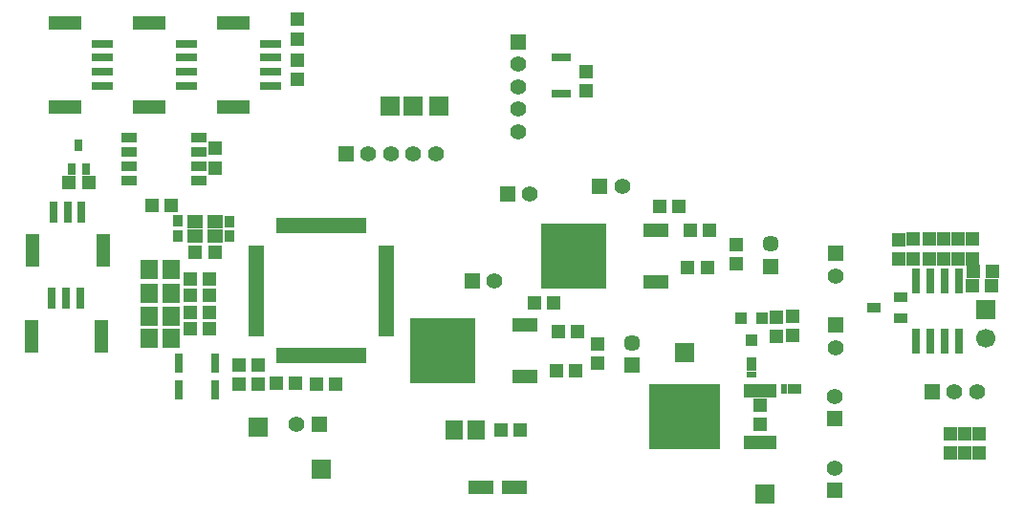
<source format=gbr>
G04 DipTrace 3.2.0.1*
G04 TopMask.gbr*
%MOIN*%
G04 #@! TF.FileFunction,Soldermask,Top*
G04 #@! TF.Part,Single*
%ADD23R,0.03937X0.043307*%
%ADD68R,0.055118X0.047244*%
%ADD70R,0.031496X0.086614*%
%ADD72R,0.052874X0.037874*%
%ADD74R,0.25X0.226378*%
%ADD76R,0.116142X0.047244*%
%ADD78R,0.019685X0.055118*%
%ADD80R,0.055118X0.019685*%
%ADD82R,0.066929X0.029528*%
%ADD84R,0.049213X0.033465*%
%ADD86R,0.230315X0.226378*%
%ADD88R,0.090551X0.047244*%
%ADD89R,0.074803X0.031496*%
%ADD91C,0.066929*%
%ADD93R,0.031496X0.074803*%
%ADD95R,0.047244X0.11811*%
%ADD98R,0.11811X0.047244*%
%ADD100R,0.027559X0.041339*%
%ADD102R,0.059055X0.066929*%
%ADD104R,0.035039X0.048622*%
%ADD106R,0.035039X0.023031*%
%ADD108R,0.048622X0.035039*%
%ADD110R,0.023031X0.035039*%
%ADD112C,0.057087*%
%ADD114R,0.057087X0.057087*%
%ADD116R,0.086614X0.047244*%
%ADD118R,0.051181X0.047244*%
%ADD120R,0.035433X0.043307*%
%ADD122R,0.029528X0.066929*%
%ADD124R,0.047244X0.051181*%
%ADD125C,0.055118*%
%ADD127R,0.055118X0.055118*%
%ADD129R,0.066929X0.066929*%
%FSLAX26Y26*%
G04*
G70*
G90*
G75*
G01*
G04 TopMask*
%LPD*%
D127*
X3370155Y1116357D3*
D125*
Y1037617D3*
D124*
X3770156Y739535D3*
Y672606D3*
D127*
X3367564Y539643D3*
D125*
Y618383D3*
D129*
X2846457Y1019685D3*
D124*
X3870155Y739535D3*
Y672606D3*
D127*
X3367564Y789643D3*
D125*
Y868383D3*
D124*
X3820155Y739535D3*
Y672606D3*
D127*
X3370155Y1366357D3*
D125*
Y1287617D3*
D122*
X1208562Y891108D3*
X1080609D3*
X1208562Y984848D3*
X1080609D3*
D129*
X1358546Y759871D3*
X1577273Y616136D3*
D120*
X1258556Y1478546D3*
Y1427365D3*
X1077325Y1428551D3*
Y1479732D3*
D124*
X2501987Y2001609D3*
Y1934680D3*
X3109694Y770686D3*
Y837615D3*
D116*
X2133858Y551181D3*
X2251969D3*
D124*
X1208562Y1666026D3*
Y1732955D3*
D114*
X2661417Y976378D3*
D112*
Y1055118D3*
D124*
X3025315Y1398953D3*
Y1332024D3*
D114*
X3144929Y1322087D3*
D112*
Y1400827D3*
D124*
X2543255Y1051360D3*
Y984430D3*
X3699092Y1416354D3*
Y1349425D3*
X3849092Y1416354D3*
Y1349425D3*
X3749092Y1416354D3*
Y1349425D3*
D118*
X3847467Y1253856D3*
X3914396D3*
D110*
X3192913Y893701D3*
D108*
X3228543D3*
D106*
X3079080Y945311D3*
D104*
Y980941D3*
D102*
X2117045Y751969D3*
X2042241D3*
X1053703Y1309814D3*
X978900D3*
X1053703Y1228572D3*
X978900D3*
D100*
X707382Y1661598D3*
X758568D3*
X732975Y1744276D3*
D102*
X1053703Y1147331D3*
X978900D3*
X1053703Y1072339D3*
X978900D3*
D129*
X3125984Y527559D3*
D127*
X1571024Y772370D3*
D125*
X1492283D3*
D98*
X977147Y2172223D3*
Y1878916D3*
D89*
X1109037Y2050176D3*
Y2000963D3*
Y2099388D3*
Y1951751D3*
D98*
X1270866Y2172223D3*
Y1878916D3*
D89*
X1402756Y2050176D3*
Y2000963D3*
Y2099388D3*
Y1951751D3*
D95*
X571265Y1378530D3*
X817328D3*
D93*
X644100Y1510420D3*
X693312D3*
X742525D3*
X644100D3*
D125*
X1820997Y1716021D3*
X1899738D3*
X1978478D3*
X1742257D3*
D127*
X1663517D3*
D98*
X683428Y2172223D3*
Y1878916D3*
D89*
X815318Y2050176D3*
Y2000963D3*
Y2099388D3*
Y1951751D3*
D95*
X566929Y1078740D3*
X812992D3*
D93*
X639764Y1210630D3*
X688976D3*
X738189D3*
X639764D3*
D125*
X2265449Y1948614D3*
Y1869874D3*
Y1791134D3*
Y2027354D3*
D127*
Y2106094D3*
X3707655Y885108D3*
D125*
X3786395D3*
X3865135D3*
D129*
X3895155Y1172605D3*
D91*
Y1072605D3*
D23*
X3078740Y1062992D3*
X3041339Y1141732D3*
X3116142D3*
D88*
X2287031Y938871D3*
Y1118399D3*
D86*
X2001598Y1028635D3*
D88*
X2744094Y1267717D3*
Y1447244D3*
D86*
X2458661Y1357480D3*
D84*
X3596780Y1139929D3*
Y1214732D3*
X3506228Y1177331D3*
D118*
X1139819Y1371619D3*
X1206748D3*
D124*
X3221167Y1147081D3*
Y1080152D3*
X3165639Y1144105D3*
Y1077176D3*
D118*
X2204724Y751969D3*
X2271654D3*
X1421039Y916105D3*
X1487969D3*
X1627268Y909856D3*
X1560339D3*
D124*
X1495843Y2115979D3*
Y2182908D3*
Y2040987D3*
Y1974058D3*
D118*
X987505Y1534781D3*
X1054434D3*
X1187940Y1278567D3*
X1121010D3*
X1187940Y1222323D3*
X1121010D3*
X766636Y1616030D3*
X699707D3*
X1187940Y1159829D3*
X1121010D3*
X1187940Y1103585D3*
X1121010D3*
X1358546Y978598D3*
X1291617D3*
X1358546Y909856D3*
X1291617D3*
X2399520Y957619D3*
X2466449D3*
X2405769Y1095105D3*
X2472698D3*
X2864646Y1448948D3*
X2931575D3*
X2387021Y1195094D3*
X2320092D3*
X2825336Y1530189D3*
X2758407D3*
X3851404Y1303856D3*
X3918333D3*
D124*
X3799092Y1416354D3*
Y1349425D3*
X3592841Y1347606D3*
Y1414535D3*
X3642841Y1416354D3*
Y1349425D3*
D118*
X2856583Y1317711D3*
X2923512D3*
D127*
X2103927Y1271961D3*
D125*
X2182667D3*
D127*
X2548491Y1600806D3*
D125*
X2627231D3*
D127*
X2227232Y1573203D3*
D125*
X2305972D3*
D129*
X1818898Y1881890D3*
X1897638D3*
D82*
X2414496Y2051604D3*
Y1923651D3*
D129*
X1988189Y1881890D3*
D80*
X1352297Y1384806D3*
Y1365121D3*
Y1345436D3*
Y1325751D3*
Y1306066D3*
Y1286381D3*
Y1266696D3*
Y1247010D3*
Y1227325D3*
Y1207640D3*
Y1187955D3*
Y1168270D3*
Y1148585D3*
Y1128900D3*
Y1109215D3*
Y1089530D3*
D78*
X1431037Y1010790D3*
X1450722D3*
X1470407D3*
X1490092D3*
X1509777D3*
X1529462D3*
X1549147D3*
X1568832D3*
X1588517D3*
X1608202D3*
X1627887D3*
X1647572D3*
X1667257D3*
X1686942D3*
X1706627D3*
X1726312D3*
D80*
X1805052Y1089530D3*
Y1109215D3*
Y1128900D3*
Y1148585D3*
Y1168270D3*
Y1187955D3*
Y1207640D3*
Y1227325D3*
Y1247010D3*
Y1266696D3*
Y1286381D3*
Y1306066D3*
Y1325751D3*
Y1345436D3*
Y1365121D3*
Y1384806D3*
D78*
X1726312Y1463546D3*
X1706627D3*
X1686942D3*
X1667257D3*
X1647572D3*
X1627887D3*
X1608202D3*
X1588517D3*
X1568832D3*
X1549147D3*
X1529462D3*
X1509777D3*
X1490092D3*
X1470407D3*
X1450722D3*
X1431037D3*
D76*
X3108352Y708482D3*
Y888009D3*
D74*
X2844572Y798245D3*
D72*
X1150005Y1622281D3*
Y1672281D3*
Y1722281D3*
Y1772281D3*
X909507D3*
Y1722281D3*
Y1672281D3*
Y1622281D3*
D70*
X3801406Y1272605D3*
X3751406D3*
X3701406D3*
X3651406D3*
Y1060007D3*
X3701406D3*
X3751406D3*
X3801406D3*
D68*
X1139819Y1478546D3*
Y1427365D3*
X1206748Y1478546D3*
Y1427365D3*
M02*

</source>
